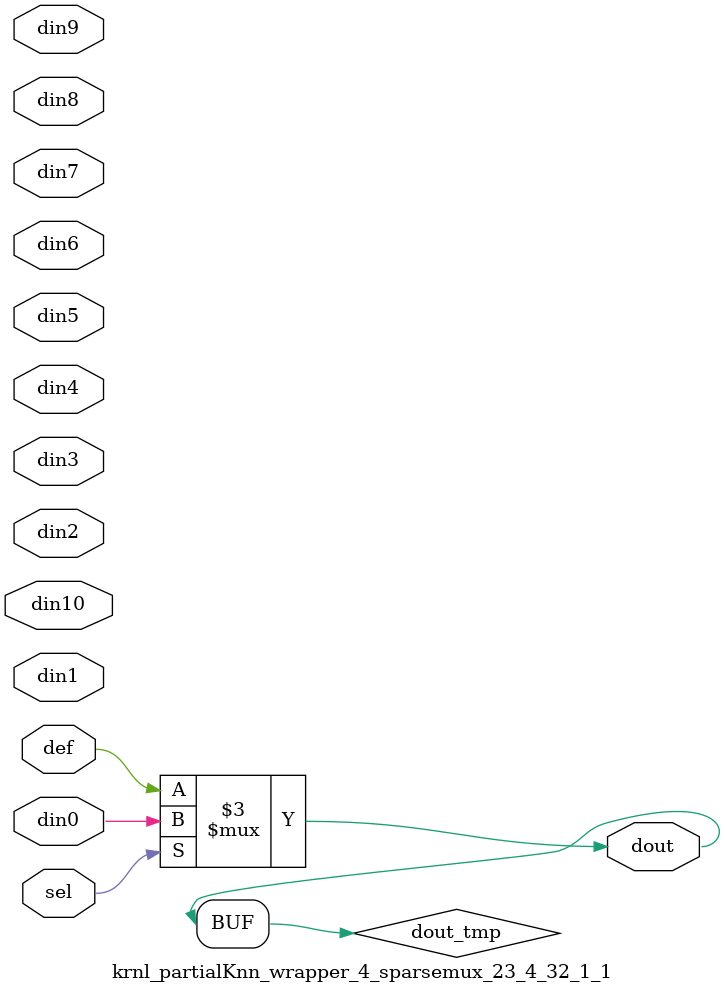
<source format=v>
`timescale 1ns / 1ps

module krnl_partialKnn_wrapper_4_sparsemux_23_4_32_1_1 (din0,din1,din2,din3,din4,din5,din6,din7,din8,din9,din10,def,sel,dout);

parameter din0_WIDTH = 1;

parameter din1_WIDTH = 1;

parameter din2_WIDTH = 1;

parameter din3_WIDTH = 1;

parameter din4_WIDTH = 1;

parameter din5_WIDTH = 1;

parameter din6_WIDTH = 1;

parameter din7_WIDTH = 1;

parameter din8_WIDTH = 1;

parameter din9_WIDTH = 1;

parameter din10_WIDTH = 1;

parameter def_WIDTH = 1;
parameter sel_WIDTH = 1;
parameter dout_WIDTH = 1;

parameter [sel_WIDTH-1:0] CASE0 = 1;

parameter [sel_WIDTH-1:0] CASE1 = 1;

parameter [sel_WIDTH-1:0] CASE2 = 1;

parameter [sel_WIDTH-1:0] CASE3 = 1;

parameter [sel_WIDTH-1:0] CASE4 = 1;

parameter [sel_WIDTH-1:0] CASE5 = 1;

parameter [sel_WIDTH-1:0] CASE6 = 1;

parameter [sel_WIDTH-1:0] CASE7 = 1;

parameter [sel_WIDTH-1:0] CASE8 = 1;

parameter [sel_WIDTH-1:0] CASE9 = 1;

parameter [sel_WIDTH-1:0] CASE10 = 1;

parameter ID = 1;
parameter NUM_STAGE = 1;



input [din0_WIDTH-1:0] din0;

input [din1_WIDTH-1:0] din1;

input [din2_WIDTH-1:0] din2;

input [din3_WIDTH-1:0] din3;

input [din4_WIDTH-1:0] din4;

input [din5_WIDTH-1:0] din5;

input [din6_WIDTH-1:0] din6;

input [din7_WIDTH-1:0] din7;

input [din8_WIDTH-1:0] din8;

input [din9_WIDTH-1:0] din9;

input [din10_WIDTH-1:0] din10;

input [def_WIDTH-1:0] def;
input [sel_WIDTH-1:0] sel;

output [dout_WIDTH-1:0] dout;



reg [dout_WIDTH-1:0] dout_tmp;

always @ (*) begin
case (sel)
    
    CASE0 : dout_tmp = din0;
    
    CASE1 : dout_tmp = din1;
    
    CASE2 : dout_tmp = din2;
    
    CASE3 : dout_tmp = din3;
    
    CASE4 : dout_tmp = din4;
    
    CASE5 : dout_tmp = din5;
    
    CASE6 : dout_tmp = din6;
    
    CASE7 : dout_tmp = din7;
    
    CASE8 : dout_tmp = din8;
    
    CASE9 : dout_tmp = din9;
    
    CASE10 : dout_tmp = din10;
    
    default : dout_tmp = def;
endcase
end


assign dout = dout_tmp;



endmodule

</source>
